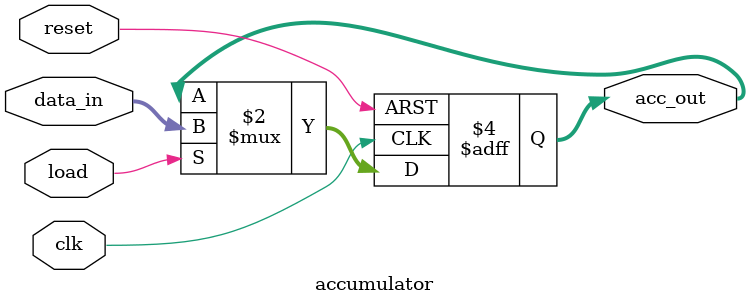
<source format=v>
`timescale 1ns / 1ps


// =============================================================
// Module: Accumulator Register
// Function: Stores intermediate math and ALU results.
// Characteristics: Register synchronizes with clk and reset signals.
// Data: 8-bit
// =============================================================
module accumulator(
    input wire clk,
    input wire reset,
    input wire load,            
    input wire [7:0] data_in,
    output reg [7:0] acc_out    
);
    always @(posedge clk or posedge reset) begin
        if (reset)
            acc_out <= 8'b0;
        else if (load)
            acc_out <= data_in;
    end
endmodule

</source>
